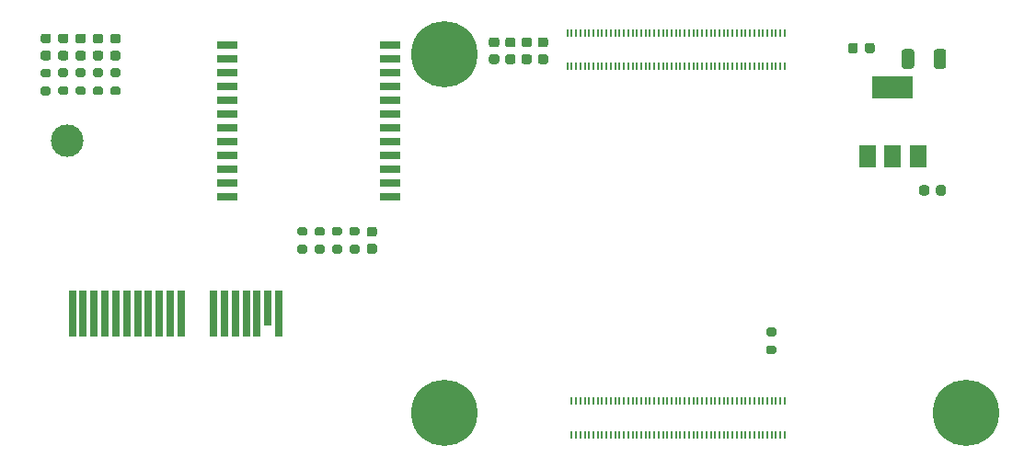
<source format=gts>
G04 #@! TF.GenerationSoftware,KiCad,Pcbnew,5.1.8*
G04 #@! TF.CreationDate,2021-01-05T10:04:31+01:00*
G04 #@! TF.ProjectId,pislice,7069736c-6963-4652-9e6b-696361645f70,rev?*
G04 #@! TF.SameCoordinates,Original*
G04 #@! TF.FileFunction,Soldermask,Top*
G04 #@! TF.FilePolarity,Negative*
%FSLAX46Y46*%
G04 Gerber Fmt 4.6, Leading zero omitted, Abs format (unit mm)*
G04 Created by KiCad (PCBNEW 5.1.8) date 2021-01-05 10:04:31*
%MOMM*%
%LPD*%
G01*
G04 APERTURE LIST*
%ADD10R,0.200000X0.700000*%
%ADD11R,1.500000X2.000000*%
%ADD12R,3.800000X2.000000*%
%ADD13C,3.000000*%
%ADD14R,0.700000X4.300000*%
%ADD15R,0.700000X3.200000*%
%ADD16C,6.100000*%
%ADD17R,1.981200X0.685800*%
G04 APERTURE END LIST*
D10*
G04 #@! TO.C,X3*
X140190000Y-108500000D03*
X140190000Y-105420000D03*
X140590000Y-108500000D03*
X140590000Y-105420000D03*
X140990000Y-108500000D03*
X140990000Y-105420000D03*
X141390000Y-108500000D03*
X141390000Y-105420000D03*
X141790000Y-108500000D03*
X141790000Y-105420000D03*
X142190000Y-108500000D03*
X142190000Y-105420000D03*
X142590000Y-108500000D03*
X142590000Y-105420000D03*
X142990000Y-108500000D03*
X142990000Y-105420000D03*
X143390000Y-108500000D03*
X143390000Y-105420000D03*
X143790000Y-108500000D03*
X143790000Y-105420000D03*
X144190000Y-108500000D03*
X144190000Y-105420000D03*
X144590000Y-108500000D03*
X144590000Y-105420000D03*
X144990000Y-108500000D03*
X144990000Y-105420000D03*
X145390000Y-108500000D03*
X145390000Y-105420000D03*
X145790000Y-108500000D03*
X145790000Y-105420000D03*
X146190000Y-108500000D03*
X146190000Y-105420000D03*
X146590000Y-108500000D03*
X146590000Y-105420000D03*
X146990000Y-108500000D03*
X146990000Y-105420000D03*
X147390000Y-108500000D03*
X147390000Y-105420000D03*
X147790000Y-108500000D03*
X147790000Y-105420000D03*
X148190000Y-108500000D03*
X148190000Y-105420000D03*
X148590000Y-108500000D03*
X148590000Y-105420000D03*
X148990000Y-108500000D03*
X148990000Y-105420000D03*
X149390000Y-108500000D03*
X149390000Y-105420000D03*
X149790000Y-108500000D03*
X149790000Y-105420000D03*
X150190000Y-108500000D03*
X150190000Y-105420000D03*
X150590000Y-108500000D03*
X150590000Y-105420000D03*
X150990000Y-108500000D03*
X150990000Y-105420000D03*
X151390000Y-108500000D03*
X151390000Y-105420000D03*
X151790000Y-108500000D03*
X151790000Y-105420000D03*
X152190000Y-108500000D03*
X152190000Y-105420000D03*
X152590000Y-108500000D03*
X152590000Y-105420000D03*
X152990000Y-108500000D03*
X152990000Y-105420000D03*
X153390000Y-108500000D03*
X153390000Y-105420000D03*
X153790000Y-108500000D03*
X153790000Y-105420000D03*
X154190000Y-108500000D03*
X154190000Y-105420000D03*
X154590000Y-108500000D03*
X154590000Y-105420000D03*
X154990000Y-108500000D03*
X154990000Y-105420000D03*
X155390000Y-108500000D03*
X155390000Y-105420000D03*
X155790000Y-108500000D03*
X155790000Y-105420000D03*
X156190000Y-108500000D03*
X156190000Y-105420000D03*
X156590000Y-108500000D03*
X156590000Y-105420000D03*
X156990000Y-108500000D03*
X156990000Y-105420000D03*
X157390000Y-108500000D03*
X157390000Y-105420000D03*
X157790000Y-108500000D03*
X157790000Y-105420000D03*
X158190000Y-108500000D03*
X158190000Y-105420000D03*
X158590000Y-108500000D03*
X158590000Y-105420000D03*
X158990000Y-108500000D03*
X158990000Y-105420000D03*
X159390000Y-108500000D03*
X159390000Y-105420000D03*
X159790000Y-108500000D03*
X159790000Y-105420000D03*
G04 #@! TD*
G04 #@! TO.C,X2*
X139790000Y-74580000D03*
X139790000Y-71500000D03*
X140190000Y-74580000D03*
X140190000Y-71500000D03*
X140590000Y-74580000D03*
X140590000Y-71500000D03*
X140990000Y-74580000D03*
X140990000Y-71500000D03*
X141390000Y-74580000D03*
X141390000Y-71500000D03*
X141790000Y-74580000D03*
X141790000Y-71500000D03*
X142190000Y-74580000D03*
X142190000Y-71500000D03*
X142590000Y-74580000D03*
X142590000Y-71500000D03*
X142990000Y-74580000D03*
X142990000Y-71500000D03*
X143390000Y-74580000D03*
X143390000Y-71500000D03*
X143790000Y-74580000D03*
X143790000Y-71500000D03*
X144190000Y-74580000D03*
X144190000Y-71500000D03*
X144590000Y-74580000D03*
X144590000Y-71500000D03*
X144990000Y-74580000D03*
X144990000Y-71500000D03*
X145390000Y-74580000D03*
X145390000Y-71500000D03*
X145790000Y-74580000D03*
X145790000Y-71500000D03*
X146190000Y-74580000D03*
X146190000Y-71500000D03*
X146590000Y-74580000D03*
X146590000Y-71500000D03*
X146990000Y-74580000D03*
X146990000Y-71500000D03*
X147390000Y-74580000D03*
X147390000Y-71500000D03*
X147790000Y-74580000D03*
X147790000Y-71500000D03*
X148190000Y-74580000D03*
X148190000Y-71500000D03*
X148590000Y-74580000D03*
X148590000Y-71500000D03*
X148990000Y-74580000D03*
X148990000Y-71500000D03*
X149390000Y-74580000D03*
X149390000Y-71500000D03*
X149790000Y-74580000D03*
X149790000Y-71500000D03*
X150190000Y-74580000D03*
X150190000Y-71500000D03*
X150590000Y-74580000D03*
X150590000Y-71500000D03*
X150990000Y-74580000D03*
X150990000Y-71500000D03*
X151390000Y-74580000D03*
X151390000Y-71500000D03*
X151790000Y-74580000D03*
X151790000Y-71500000D03*
X152190000Y-74580000D03*
X152190000Y-71500000D03*
X152590000Y-74580000D03*
X152590000Y-71500000D03*
X152990000Y-74580000D03*
X152990000Y-71500000D03*
X153390000Y-74580000D03*
X153390000Y-71500000D03*
X153790000Y-74580000D03*
X153790000Y-71500000D03*
X154190000Y-74580000D03*
X154190000Y-71500000D03*
X154590000Y-74580000D03*
X154590000Y-71500000D03*
X154990000Y-74580000D03*
X154990000Y-71500000D03*
X155390000Y-74580000D03*
X155390000Y-71500000D03*
X155790000Y-74580000D03*
X155790000Y-71500000D03*
X156190000Y-74580000D03*
X156190000Y-71500000D03*
X156590000Y-74580000D03*
X156590000Y-71500000D03*
X156990000Y-74580000D03*
X156990000Y-71500000D03*
X157390000Y-74580000D03*
X157390000Y-71500000D03*
X157790000Y-74580000D03*
X157790000Y-71500000D03*
X158190000Y-74580000D03*
X158190000Y-71500000D03*
X158590000Y-74580000D03*
X158590000Y-71500000D03*
X158990000Y-74580000D03*
X158990000Y-71500000D03*
X159390000Y-74580000D03*
X159390000Y-71500000D03*
G04 #@! TD*
D11*
G04 #@! TO.C,U3*
X167450000Y-82850000D03*
X172050000Y-82850000D03*
X169750000Y-82850000D03*
D12*
X169750000Y-76550000D03*
G04 #@! TD*
D13*
G04 #@! TO.C,U1*
X93750000Y-81400000D03*
G04 #@! TD*
G04 #@! TO.C,R6*
G36*
G01*
X92075000Y-75600000D02*
X91525000Y-75600000D01*
G75*
G02*
X91325000Y-75400000I0J200000D01*
G01*
X91325000Y-75000000D01*
G75*
G02*
X91525000Y-74800000I200000J0D01*
G01*
X92075000Y-74800000D01*
G75*
G02*
X92275000Y-75000000I0J-200000D01*
G01*
X92275000Y-75400000D01*
G75*
G02*
X92075000Y-75600000I-200000J0D01*
G01*
G37*
G36*
G01*
X92075000Y-77250000D02*
X91525000Y-77250000D01*
G75*
G02*
X91325000Y-77050000I0J200000D01*
G01*
X91325000Y-76650000D01*
G75*
G02*
X91525000Y-76450000I200000J0D01*
G01*
X92075000Y-76450000D01*
G75*
G02*
X92275000Y-76650000I0J-200000D01*
G01*
X92275000Y-77050000D01*
G75*
G02*
X92075000Y-77250000I-200000J0D01*
G01*
G37*
G04 #@! TD*
G04 #@! TO.C,D3*
G36*
G01*
X92056250Y-72450000D02*
X91543750Y-72450000D01*
G75*
G02*
X91325000Y-72231250I0J218750D01*
G01*
X91325000Y-71793750D01*
G75*
G02*
X91543750Y-71575000I218750J0D01*
G01*
X92056250Y-71575000D01*
G75*
G02*
X92275000Y-71793750I0J-218750D01*
G01*
X92275000Y-72231250D01*
G75*
G02*
X92056250Y-72450000I-218750J0D01*
G01*
G37*
G36*
G01*
X92056250Y-74025000D02*
X91543750Y-74025000D01*
G75*
G02*
X91325000Y-73806250I0J218750D01*
G01*
X91325000Y-73368750D01*
G75*
G02*
X91543750Y-73150000I218750J0D01*
G01*
X92056250Y-73150000D01*
G75*
G02*
X92275000Y-73368750I0J-218750D01*
G01*
X92275000Y-73806250D01*
G75*
G02*
X92056250Y-74025000I-218750J0D01*
G01*
G37*
G04 #@! TD*
D14*
G04 #@! TO.C,U14*
X108240000Y-97350000D03*
X107240000Y-97350000D03*
X113240000Y-97350000D03*
D15*
X112240000Y-96800000D03*
D14*
X111240000Y-97350000D03*
X110240000Y-97350000D03*
X109240000Y-97350000D03*
X104240000Y-97350000D03*
X103240000Y-97350000D03*
X102240000Y-97350000D03*
X101240000Y-97350000D03*
X100240000Y-97350000D03*
X99240000Y-97350000D03*
X98240000Y-97350000D03*
X97240000Y-97350000D03*
X96240000Y-97350000D03*
X95240000Y-97350000D03*
X94240000Y-97350000D03*
G04 #@! TD*
G04 #@! TO.C,R4*
G36*
G01*
X95275000Y-75575000D02*
X94725000Y-75575000D01*
G75*
G02*
X94525000Y-75375000I0J200000D01*
G01*
X94525000Y-74975000D01*
G75*
G02*
X94725000Y-74775000I200000J0D01*
G01*
X95275000Y-74775000D01*
G75*
G02*
X95475000Y-74975000I0J-200000D01*
G01*
X95475000Y-75375000D01*
G75*
G02*
X95275000Y-75575000I-200000J0D01*
G01*
G37*
G36*
G01*
X95275000Y-77225000D02*
X94725000Y-77225000D01*
G75*
G02*
X94525000Y-77025000I0J200000D01*
G01*
X94525000Y-76625000D01*
G75*
G02*
X94725000Y-76425000I200000J0D01*
G01*
X95275000Y-76425000D01*
G75*
G02*
X95475000Y-76625000I0J-200000D01*
G01*
X95475000Y-77025000D01*
G75*
G02*
X95275000Y-77225000I-200000J0D01*
G01*
G37*
G04 #@! TD*
G04 #@! TO.C,D2*
G36*
G01*
X95256250Y-72450000D02*
X94743750Y-72450000D01*
G75*
G02*
X94525000Y-72231250I0J218750D01*
G01*
X94525000Y-71793750D01*
G75*
G02*
X94743750Y-71575000I218750J0D01*
G01*
X95256250Y-71575000D01*
G75*
G02*
X95475000Y-71793750I0J-218750D01*
G01*
X95475000Y-72231250D01*
G75*
G02*
X95256250Y-72450000I-218750J0D01*
G01*
G37*
G36*
G01*
X95256250Y-74025000D02*
X94743750Y-74025000D01*
G75*
G02*
X94525000Y-73806250I0J218750D01*
G01*
X94525000Y-73368750D01*
G75*
G02*
X94743750Y-73150000I218750J0D01*
G01*
X95256250Y-73150000D01*
G75*
G02*
X95475000Y-73368750I0J-218750D01*
G01*
X95475000Y-73806250D01*
G75*
G02*
X95256250Y-74025000I-218750J0D01*
G01*
G37*
G04 #@! TD*
G04 #@! TO.C,C8*
G36*
G01*
X173500000Y-74550001D02*
X173500000Y-73249999D01*
G75*
G02*
X173749999Y-73000000I249999J0D01*
G01*
X174400001Y-73000000D01*
G75*
G02*
X174650000Y-73249999I0J-249999D01*
G01*
X174650000Y-74550001D01*
G75*
G02*
X174400001Y-74800000I-249999J0D01*
G01*
X173749999Y-74800000D01*
G75*
G02*
X173500000Y-74550001I0J249999D01*
G01*
G37*
G36*
G01*
X170550000Y-74550001D02*
X170550000Y-73249999D01*
G75*
G02*
X170799999Y-73000000I249999J0D01*
G01*
X171450001Y-73000000D01*
G75*
G02*
X171700000Y-73249999I0J-249999D01*
G01*
X171700000Y-74550001D01*
G75*
G02*
X171450001Y-74800000I-249999J0D01*
G01*
X170799999Y-74800000D01*
G75*
G02*
X170550000Y-74550001I0J249999D01*
G01*
G37*
G04 #@! TD*
G04 #@! TO.C,C6*
G36*
G01*
X166525000Y-72650000D02*
X166525000Y-73150000D01*
G75*
G02*
X166300000Y-73375000I-225000J0D01*
G01*
X165850000Y-73375000D01*
G75*
G02*
X165625000Y-73150000I0J225000D01*
G01*
X165625000Y-72650000D01*
G75*
G02*
X165850000Y-72425000I225000J0D01*
G01*
X166300000Y-72425000D01*
G75*
G02*
X166525000Y-72650000I0J-225000D01*
G01*
G37*
G36*
G01*
X168075000Y-72650000D02*
X168075000Y-73150000D01*
G75*
G02*
X167850000Y-73375000I-225000J0D01*
G01*
X167400000Y-73375000D01*
G75*
G02*
X167175000Y-73150000I0J225000D01*
G01*
X167175000Y-72650000D01*
G75*
G02*
X167400000Y-72425000I225000J0D01*
G01*
X167850000Y-72425000D01*
G75*
G02*
X168075000Y-72650000I0J-225000D01*
G01*
G37*
G04 #@! TD*
G04 #@! TO.C,C5*
G36*
G01*
X173725000Y-86250000D02*
X173725000Y-85750000D01*
G75*
G02*
X173950000Y-85525000I225000J0D01*
G01*
X174400000Y-85525000D01*
G75*
G02*
X174625000Y-85750000I0J-225000D01*
G01*
X174625000Y-86250000D01*
G75*
G02*
X174400000Y-86475000I-225000J0D01*
G01*
X173950000Y-86475000D01*
G75*
G02*
X173725000Y-86250000I0J225000D01*
G01*
G37*
G36*
G01*
X172175000Y-86250000D02*
X172175000Y-85750000D01*
G75*
G02*
X172400000Y-85525000I225000J0D01*
G01*
X172850000Y-85525000D01*
G75*
G02*
X173075000Y-85750000I0J-225000D01*
G01*
X173075000Y-86250000D01*
G75*
G02*
X172850000Y-86475000I-225000J0D01*
G01*
X172400000Y-86475000D01*
G75*
G02*
X172175000Y-86250000I0J225000D01*
G01*
G37*
G04 #@! TD*
G04 #@! TO.C,R17*
G36*
G01*
X115125000Y-91025000D02*
X115675000Y-91025000D01*
G75*
G02*
X115875000Y-91225000I0J-200000D01*
G01*
X115875000Y-91625000D01*
G75*
G02*
X115675000Y-91825000I-200000J0D01*
G01*
X115125000Y-91825000D01*
G75*
G02*
X114925000Y-91625000I0J200000D01*
G01*
X114925000Y-91225000D01*
G75*
G02*
X115125000Y-91025000I200000J0D01*
G01*
G37*
G36*
G01*
X115125000Y-89375000D02*
X115675000Y-89375000D01*
G75*
G02*
X115875000Y-89575000I0J-200000D01*
G01*
X115875000Y-89975000D01*
G75*
G02*
X115675000Y-90175000I-200000J0D01*
G01*
X115125000Y-90175000D01*
G75*
G02*
X114925000Y-89975000I0J200000D01*
G01*
X114925000Y-89575000D01*
G75*
G02*
X115125000Y-89375000I200000J0D01*
G01*
G37*
G04 #@! TD*
G04 #@! TO.C,R16*
G36*
G01*
X116725000Y-91025000D02*
X117275000Y-91025000D01*
G75*
G02*
X117475000Y-91225000I0J-200000D01*
G01*
X117475000Y-91625000D01*
G75*
G02*
X117275000Y-91825000I-200000J0D01*
G01*
X116725000Y-91825000D01*
G75*
G02*
X116525000Y-91625000I0J200000D01*
G01*
X116525000Y-91225000D01*
G75*
G02*
X116725000Y-91025000I200000J0D01*
G01*
G37*
G36*
G01*
X116725000Y-89375000D02*
X117275000Y-89375000D01*
G75*
G02*
X117475000Y-89575000I0J-200000D01*
G01*
X117475000Y-89975000D01*
G75*
G02*
X117275000Y-90175000I-200000J0D01*
G01*
X116725000Y-90175000D01*
G75*
G02*
X116525000Y-89975000I0J200000D01*
G01*
X116525000Y-89575000D01*
G75*
G02*
X116725000Y-89375000I200000J0D01*
G01*
G37*
G04 #@! TD*
G04 #@! TO.C,R9*
G36*
G01*
X118325000Y-91025000D02*
X118875000Y-91025000D01*
G75*
G02*
X119075000Y-91225000I0J-200000D01*
G01*
X119075000Y-91625000D01*
G75*
G02*
X118875000Y-91825000I-200000J0D01*
G01*
X118325000Y-91825000D01*
G75*
G02*
X118125000Y-91625000I0J200000D01*
G01*
X118125000Y-91225000D01*
G75*
G02*
X118325000Y-91025000I200000J0D01*
G01*
G37*
G36*
G01*
X118325000Y-89375000D02*
X118875000Y-89375000D01*
G75*
G02*
X119075000Y-89575000I0J-200000D01*
G01*
X119075000Y-89975000D01*
G75*
G02*
X118875000Y-90175000I-200000J0D01*
G01*
X118325000Y-90175000D01*
G75*
G02*
X118125000Y-89975000I0J200000D01*
G01*
X118125000Y-89575000D01*
G75*
G02*
X118325000Y-89375000I200000J0D01*
G01*
G37*
G04 #@! TD*
G04 #@! TO.C,R8*
G36*
G01*
X119925000Y-91025000D02*
X120475000Y-91025000D01*
G75*
G02*
X120675000Y-91225000I0J-200000D01*
G01*
X120675000Y-91625000D01*
G75*
G02*
X120475000Y-91825000I-200000J0D01*
G01*
X119925000Y-91825000D01*
G75*
G02*
X119725000Y-91625000I0J200000D01*
G01*
X119725000Y-91225000D01*
G75*
G02*
X119925000Y-91025000I200000J0D01*
G01*
G37*
G36*
G01*
X119925000Y-89375000D02*
X120475000Y-89375000D01*
G75*
G02*
X120675000Y-89575000I0J-200000D01*
G01*
X120675000Y-89975000D01*
G75*
G02*
X120475000Y-90175000I-200000J0D01*
G01*
X119925000Y-90175000D01*
G75*
G02*
X119725000Y-89975000I0J200000D01*
G01*
X119725000Y-89575000D01*
G75*
G02*
X119925000Y-89375000I200000J0D01*
G01*
G37*
G04 #@! TD*
G04 #@! TO.C,R3*
G36*
G01*
X158275000Y-100300000D02*
X158825000Y-100300000D01*
G75*
G02*
X159025000Y-100500000I0J-200000D01*
G01*
X159025000Y-100900000D01*
G75*
G02*
X158825000Y-101100000I-200000J0D01*
G01*
X158275000Y-101100000D01*
G75*
G02*
X158075000Y-100900000I0J200000D01*
G01*
X158075000Y-100500000D01*
G75*
G02*
X158275000Y-100300000I200000J0D01*
G01*
G37*
G36*
G01*
X158275000Y-98650000D02*
X158825000Y-98650000D01*
G75*
G02*
X159025000Y-98850000I0J-200000D01*
G01*
X159025000Y-99250000D01*
G75*
G02*
X158825000Y-99450000I-200000J0D01*
G01*
X158275000Y-99450000D01*
G75*
G02*
X158075000Y-99250000I0J200000D01*
G01*
X158075000Y-98850000D01*
G75*
G02*
X158275000Y-98650000I200000J0D01*
G01*
G37*
G04 #@! TD*
G04 #@! TO.C,C7*
G36*
G01*
X121550000Y-90925000D02*
X122050000Y-90925000D01*
G75*
G02*
X122275000Y-91150000I0J-225000D01*
G01*
X122275000Y-91600000D01*
G75*
G02*
X122050000Y-91825000I-225000J0D01*
G01*
X121550000Y-91825000D01*
G75*
G02*
X121325000Y-91600000I0J225000D01*
G01*
X121325000Y-91150000D01*
G75*
G02*
X121550000Y-90925000I225000J0D01*
G01*
G37*
G36*
G01*
X121550000Y-89375000D02*
X122050000Y-89375000D01*
G75*
G02*
X122275000Y-89600000I0J-225000D01*
G01*
X122275000Y-90050000D01*
G75*
G02*
X122050000Y-90275000I-225000J0D01*
G01*
X121550000Y-90275000D01*
G75*
G02*
X121325000Y-90050000I0J225000D01*
G01*
X121325000Y-89600000D01*
G75*
G02*
X121550000Y-89375000I225000J0D01*
G01*
G37*
G04 #@! TD*
G04 #@! TO.C,C4*
G36*
G01*
X135800000Y-73475000D02*
X136300000Y-73475000D01*
G75*
G02*
X136525000Y-73700000I0J-225000D01*
G01*
X136525000Y-74150000D01*
G75*
G02*
X136300000Y-74375000I-225000J0D01*
G01*
X135800000Y-74375000D01*
G75*
G02*
X135575000Y-74150000I0J225000D01*
G01*
X135575000Y-73700000D01*
G75*
G02*
X135800000Y-73475000I225000J0D01*
G01*
G37*
G36*
G01*
X135800000Y-71925000D02*
X136300000Y-71925000D01*
G75*
G02*
X136525000Y-72150000I0J-225000D01*
G01*
X136525000Y-72600000D01*
G75*
G02*
X136300000Y-72825000I-225000J0D01*
G01*
X135800000Y-72825000D01*
G75*
G02*
X135575000Y-72600000I0J225000D01*
G01*
X135575000Y-72150000D01*
G75*
G02*
X135800000Y-71925000I225000J0D01*
G01*
G37*
G04 #@! TD*
G04 #@! TO.C,C3*
G36*
G01*
X137300000Y-73475000D02*
X137800000Y-73475000D01*
G75*
G02*
X138025000Y-73700000I0J-225000D01*
G01*
X138025000Y-74150000D01*
G75*
G02*
X137800000Y-74375000I-225000J0D01*
G01*
X137300000Y-74375000D01*
G75*
G02*
X137075000Y-74150000I0J225000D01*
G01*
X137075000Y-73700000D01*
G75*
G02*
X137300000Y-73475000I225000J0D01*
G01*
G37*
G36*
G01*
X137300000Y-71925000D02*
X137800000Y-71925000D01*
G75*
G02*
X138025000Y-72150000I0J-225000D01*
G01*
X138025000Y-72600000D01*
G75*
G02*
X137800000Y-72825000I-225000J0D01*
G01*
X137300000Y-72825000D01*
G75*
G02*
X137075000Y-72600000I0J225000D01*
G01*
X137075000Y-72150000D01*
G75*
G02*
X137300000Y-71925000I225000J0D01*
G01*
G37*
G04 #@! TD*
G04 #@! TO.C,C2*
G36*
G01*
X134300000Y-73475000D02*
X134800000Y-73475000D01*
G75*
G02*
X135025000Y-73700000I0J-225000D01*
G01*
X135025000Y-74150000D01*
G75*
G02*
X134800000Y-74375000I-225000J0D01*
G01*
X134300000Y-74375000D01*
G75*
G02*
X134075000Y-74150000I0J225000D01*
G01*
X134075000Y-73700000D01*
G75*
G02*
X134300000Y-73475000I225000J0D01*
G01*
G37*
G36*
G01*
X134300000Y-71925000D02*
X134800000Y-71925000D01*
G75*
G02*
X135025000Y-72150000I0J-225000D01*
G01*
X135025000Y-72600000D01*
G75*
G02*
X134800000Y-72825000I-225000J0D01*
G01*
X134300000Y-72825000D01*
G75*
G02*
X134075000Y-72600000I0J225000D01*
G01*
X134075000Y-72150000D01*
G75*
G02*
X134300000Y-71925000I225000J0D01*
G01*
G37*
G04 #@! TD*
G04 #@! TO.C,C1*
G36*
G01*
X132800000Y-73475000D02*
X133300000Y-73475000D01*
G75*
G02*
X133525000Y-73700000I0J-225000D01*
G01*
X133525000Y-74150000D01*
G75*
G02*
X133300000Y-74375000I-225000J0D01*
G01*
X132800000Y-74375000D01*
G75*
G02*
X132575000Y-74150000I0J225000D01*
G01*
X132575000Y-73700000D01*
G75*
G02*
X132800000Y-73475000I225000J0D01*
G01*
G37*
G36*
G01*
X132800000Y-71925000D02*
X133300000Y-71925000D01*
G75*
G02*
X133525000Y-72150000I0J-225000D01*
G01*
X133525000Y-72600000D01*
G75*
G02*
X133300000Y-72825000I-225000J0D01*
G01*
X132800000Y-72825000D01*
G75*
G02*
X132575000Y-72600000I0J225000D01*
G01*
X132575000Y-72150000D01*
G75*
G02*
X132800000Y-71925000I225000J0D01*
G01*
G37*
G04 #@! TD*
G04 #@! TO.C,R11*
G36*
G01*
X96875000Y-75575000D02*
X96325000Y-75575000D01*
G75*
G02*
X96125000Y-75375000I0J200000D01*
G01*
X96125000Y-74975000D01*
G75*
G02*
X96325000Y-74775000I200000J0D01*
G01*
X96875000Y-74775000D01*
G75*
G02*
X97075000Y-74975000I0J-200000D01*
G01*
X97075000Y-75375000D01*
G75*
G02*
X96875000Y-75575000I-200000J0D01*
G01*
G37*
G36*
G01*
X96875000Y-77225000D02*
X96325000Y-77225000D01*
G75*
G02*
X96125000Y-77025000I0J200000D01*
G01*
X96125000Y-76625000D01*
G75*
G02*
X96325000Y-76425000I200000J0D01*
G01*
X96875000Y-76425000D01*
G75*
G02*
X97075000Y-76625000I0J-200000D01*
G01*
X97075000Y-77025000D01*
G75*
G02*
X96875000Y-77225000I-200000J0D01*
G01*
G37*
G04 #@! TD*
G04 #@! TO.C,R2*
G36*
G01*
X93675000Y-75575000D02*
X93125000Y-75575000D01*
G75*
G02*
X92925000Y-75375000I0J200000D01*
G01*
X92925000Y-74975000D01*
G75*
G02*
X93125000Y-74775000I200000J0D01*
G01*
X93675000Y-74775000D01*
G75*
G02*
X93875000Y-74975000I0J-200000D01*
G01*
X93875000Y-75375000D01*
G75*
G02*
X93675000Y-75575000I-200000J0D01*
G01*
G37*
G36*
G01*
X93675000Y-77225000D02*
X93125000Y-77225000D01*
G75*
G02*
X92925000Y-77025000I0J200000D01*
G01*
X92925000Y-76625000D01*
G75*
G02*
X93125000Y-76425000I200000J0D01*
G01*
X93675000Y-76425000D01*
G75*
G02*
X93875000Y-76625000I0J-200000D01*
G01*
X93875000Y-77025000D01*
G75*
G02*
X93675000Y-77225000I-200000J0D01*
G01*
G37*
G04 #@! TD*
G04 #@! TO.C,R1*
G36*
G01*
X98475000Y-75575000D02*
X97925000Y-75575000D01*
G75*
G02*
X97725000Y-75375000I0J200000D01*
G01*
X97725000Y-74975000D01*
G75*
G02*
X97925000Y-74775000I200000J0D01*
G01*
X98475000Y-74775000D01*
G75*
G02*
X98675000Y-74975000I0J-200000D01*
G01*
X98675000Y-75375000D01*
G75*
G02*
X98475000Y-75575000I-200000J0D01*
G01*
G37*
G36*
G01*
X98475000Y-77225000D02*
X97925000Y-77225000D01*
G75*
G02*
X97725000Y-77025000I0J200000D01*
G01*
X97725000Y-76625000D01*
G75*
G02*
X97925000Y-76425000I200000J0D01*
G01*
X98475000Y-76425000D01*
G75*
G02*
X98675000Y-76625000I0J-200000D01*
G01*
X98675000Y-77025000D01*
G75*
G02*
X98475000Y-77225000I-200000J0D01*
G01*
G37*
G04 #@! TD*
G04 #@! TO.C,D5*
G36*
G01*
X93656250Y-72450000D02*
X93143750Y-72450000D01*
G75*
G02*
X92925000Y-72231250I0J218750D01*
G01*
X92925000Y-71793750D01*
G75*
G02*
X93143750Y-71575000I218750J0D01*
G01*
X93656250Y-71575000D01*
G75*
G02*
X93875000Y-71793750I0J-218750D01*
G01*
X93875000Y-72231250D01*
G75*
G02*
X93656250Y-72450000I-218750J0D01*
G01*
G37*
G36*
G01*
X93656250Y-74025000D02*
X93143750Y-74025000D01*
G75*
G02*
X92925000Y-73806250I0J218750D01*
G01*
X92925000Y-73368750D01*
G75*
G02*
X93143750Y-73150000I218750J0D01*
G01*
X93656250Y-73150000D01*
G75*
G02*
X93875000Y-73368750I0J-218750D01*
G01*
X93875000Y-73806250D01*
G75*
G02*
X93656250Y-74025000I-218750J0D01*
G01*
G37*
G04 #@! TD*
G04 #@! TO.C,D4*
G36*
G01*
X98456250Y-72450000D02*
X97943750Y-72450000D01*
G75*
G02*
X97725000Y-72231250I0J218750D01*
G01*
X97725000Y-71793750D01*
G75*
G02*
X97943750Y-71575000I218750J0D01*
G01*
X98456250Y-71575000D01*
G75*
G02*
X98675000Y-71793750I0J-218750D01*
G01*
X98675000Y-72231250D01*
G75*
G02*
X98456250Y-72450000I-218750J0D01*
G01*
G37*
G36*
G01*
X98456250Y-74025000D02*
X97943750Y-74025000D01*
G75*
G02*
X97725000Y-73806250I0J218750D01*
G01*
X97725000Y-73368750D01*
G75*
G02*
X97943750Y-73150000I218750J0D01*
G01*
X98456250Y-73150000D01*
G75*
G02*
X98675000Y-73368750I0J-218750D01*
G01*
X98675000Y-73806250D01*
G75*
G02*
X98456250Y-74025000I-218750J0D01*
G01*
G37*
G04 #@! TD*
D10*
G04 #@! TO.C,U2*
X140190000Y-74580000D03*
X140190000Y-71500000D03*
X140590000Y-74580000D03*
X140590000Y-71500000D03*
X140990000Y-74580000D03*
X140990000Y-71500000D03*
X141390000Y-74580000D03*
X141390000Y-71500000D03*
X141790000Y-74580000D03*
X141790000Y-71500000D03*
X142190000Y-74580000D03*
X142190000Y-71500000D03*
X142590000Y-74580000D03*
X142590000Y-71500000D03*
X142990000Y-74580000D03*
X142990000Y-71500000D03*
X143390000Y-74580000D03*
X143390000Y-71500000D03*
X143790000Y-74580000D03*
X143790000Y-71500000D03*
X144190000Y-74580000D03*
X144190000Y-71500000D03*
X144590000Y-74580000D03*
X144590000Y-71500000D03*
X144990000Y-74580000D03*
X144990000Y-71500000D03*
X145390000Y-74580000D03*
X145390000Y-71500000D03*
X145790000Y-74580000D03*
X145790000Y-71500000D03*
X146190000Y-74580000D03*
X146190000Y-71500000D03*
X146590000Y-74580000D03*
X146590000Y-71500000D03*
X146990000Y-74580000D03*
X146990000Y-71500000D03*
X147390000Y-74580000D03*
X147390000Y-71500000D03*
X147790000Y-74580000D03*
X147790000Y-71500000D03*
X148190000Y-74580000D03*
X148190000Y-71500000D03*
X148590000Y-74580000D03*
X148590000Y-71500000D03*
X148990000Y-74580000D03*
X148990000Y-71500000D03*
X149390000Y-74580000D03*
X149390000Y-71500000D03*
X149790000Y-74580000D03*
X149790000Y-71500000D03*
X150190000Y-74580000D03*
X150190000Y-71500000D03*
X150590000Y-74580000D03*
X150590000Y-71500000D03*
X150990000Y-74580000D03*
X150990000Y-71500000D03*
X151390000Y-74580000D03*
X151390000Y-71500000D03*
X151790000Y-74580000D03*
X151790000Y-71500000D03*
X152190000Y-74580000D03*
X152190000Y-71500000D03*
X152590000Y-74580000D03*
X152590000Y-71500000D03*
X152990000Y-74580000D03*
X152990000Y-71500000D03*
X153390000Y-74580000D03*
X153390000Y-71500000D03*
X153790000Y-74580000D03*
X153790000Y-71500000D03*
X154190000Y-74580000D03*
X154190000Y-71500000D03*
X154590000Y-74580000D03*
X154590000Y-71500000D03*
X154990000Y-74580000D03*
X154990000Y-71500000D03*
X155390000Y-74580000D03*
X155390000Y-71500000D03*
X155790000Y-74580000D03*
X155790000Y-71500000D03*
X156190000Y-74580000D03*
X156190000Y-71500000D03*
X156590000Y-74580000D03*
X156590000Y-71500000D03*
X156990000Y-74580000D03*
X156990000Y-71500000D03*
X157390000Y-74580000D03*
X157390000Y-71500000D03*
X157790000Y-74580000D03*
X157790000Y-71500000D03*
X158190000Y-74580000D03*
X158190000Y-71500000D03*
X158590000Y-74580000D03*
X158590000Y-71500000D03*
X158990000Y-74580000D03*
X158990000Y-71500000D03*
X159390000Y-74580000D03*
X159390000Y-71500000D03*
X159790000Y-74580000D03*
X159790000Y-71500000D03*
X140190000Y-105420000D03*
X140590000Y-105420000D03*
X140990000Y-105420000D03*
X141390000Y-105420000D03*
X141790000Y-105420000D03*
X142190000Y-105420000D03*
X142590000Y-105420000D03*
X142990000Y-105420000D03*
X143390000Y-105420000D03*
X143790000Y-105420000D03*
X144190000Y-105420000D03*
X144590000Y-105420000D03*
X144990000Y-105420000D03*
X145390000Y-105420000D03*
X145790000Y-105420000D03*
X146190000Y-105420000D03*
X146590000Y-105420000D03*
X146990000Y-105420000D03*
X147390000Y-105420000D03*
X147790000Y-105420000D03*
X148190000Y-105420000D03*
X148590000Y-105420000D03*
X148990000Y-105420000D03*
X149390000Y-105420000D03*
X149790000Y-105420000D03*
X150190000Y-105420000D03*
X150590000Y-105420000D03*
X150990000Y-105420000D03*
X151390000Y-105420000D03*
X151790000Y-105420000D03*
X152190000Y-105420000D03*
X152590000Y-105420000D03*
X152990000Y-105420000D03*
X153390000Y-105420000D03*
X153790000Y-105420000D03*
X154190000Y-105420000D03*
X154590000Y-105420000D03*
X154990000Y-105420000D03*
X155390000Y-105420000D03*
X155790000Y-105420000D03*
X156190000Y-105420000D03*
X156590000Y-105420000D03*
X156990000Y-105420000D03*
X157390000Y-105420000D03*
X157790000Y-105420000D03*
X158190000Y-105420000D03*
X158590000Y-105420000D03*
X158990000Y-105420000D03*
X159390000Y-105420000D03*
D16*
X176500000Y-106500000D03*
X128500000Y-106500000D03*
X128500000Y-73500000D03*
D10*
X159790000Y-108500000D03*
X159390000Y-108500000D03*
X158990000Y-108500000D03*
X158590000Y-108500000D03*
X158190000Y-108500000D03*
X157790000Y-108500000D03*
X157390000Y-108500000D03*
X156990000Y-108500000D03*
X156590000Y-108500000D03*
X156190000Y-108500000D03*
X155790000Y-108500000D03*
X155390000Y-108500000D03*
X154990000Y-108500000D03*
X154590000Y-108500000D03*
X154190000Y-108500000D03*
X153790000Y-108500000D03*
X153390000Y-108500000D03*
X152990000Y-108500000D03*
X152590000Y-108500000D03*
X152190000Y-108500000D03*
X151790000Y-108500000D03*
X151390000Y-108500000D03*
X150990000Y-108500000D03*
X150590000Y-108500000D03*
X150190000Y-108500000D03*
X149790000Y-108500000D03*
X149390000Y-108500000D03*
X148990000Y-108500000D03*
X148590000Y-108500000D03*
X148190000Y-108500000D03*
X147790000Y-108500000D03*
X147390000Y-108500000D03*
X146990000Y-108500000D03*
X146590000Y-108500000D03*
X146190000Y-108500000D03*
X145790000Y-108500000D03*
X145390000Y-108500000D03*
X144990000Y-108500000D03*
X144590000Y-108500000D03*
X144190000Y-108500000D03*
X143790000Y-108500000D03*
X143390000Y-108500000D03*
X142990000Y-108500000D03*
X142590000Y-108500000D03*
X142190000Y-108500000D03*
X141790000Y-108500000D03*
X141390000Y-108500000D03*
X140990000Y-108500000D03*
X140590000Y-108500000D03*
X140190000Y-108500000D03*
X159790000Y-105420000D03*
G04 #@! TD*
D17*
G04 #@! TO.C,K1*
X108457000Y-72615000D03*
X108457000Y-73885000D03*
X108457000Y-75155000D03*
X108457000Y-76425000D03*
X108457000Y-77695000D03*
X108457000Y-78965000D03*
X108457000Y-80235000D03*
X108457000Y-81505000D03*
X108457000Y-82775000D03*
X108457000Y-84045000D03*
X108457000Y-85315000D03*
X108457000Y-86585000D03*
X123443000Y-86585000D03*
X123443000Y-85315000D03*
X123443000Y-84045000D03*
X123443000Y-82775000D03*
X123443000Y-81505000D03*
X123443000Y-80235000D03*
X123443000Y-78965000D03*
X123443000Y-77695000D03*
X123443000Y-76425000D03*
X123443000Y-75155000D03*
X123443000Y-73885000D03*
X123443000Y-72615000D03*
G04 #@! TD*
G04 #@! TO.C,D1*
G36*
G01*
X96856250Y-72450000D02*
X96343750Y-72450000D01*
G75*
G02*
X96125000Y-72231250I0J218750D01*
G01*
X96125000Y-71793750D01*
G75*
G02*
X96343750Y-71575000I218750J0D01*
G01*
X96856250Y-71575000D01*
G75*
G02*
X97075000Y-71793750I0J-218750D01*
G01*
X97075000Y-72231250D01*
G75*
G02*
X96856250Y-72450000I-218750J0D01*
G01*
G37*
G36*
G01*
X96856250Y-74025000D02*
X96343750Y-74025000D01*
G75*
G02*
X96125000Y-73806250I0J218750D01*
G01*
X96125000Y-73368750D01*
G75*
G02*
X96343750Y-73150000I218750J0D01*
G01*
X96856250Y-73150000D01*
G75*
G02*
X97075000Y-73368750I0J-218750D01*
G01*
X97075000Y-73806250D01*
G75*
G02*
X96856250Y-74025000I-218750J0D01*
G01*
G37*
G04 #@! TD*
M02*

</source>
